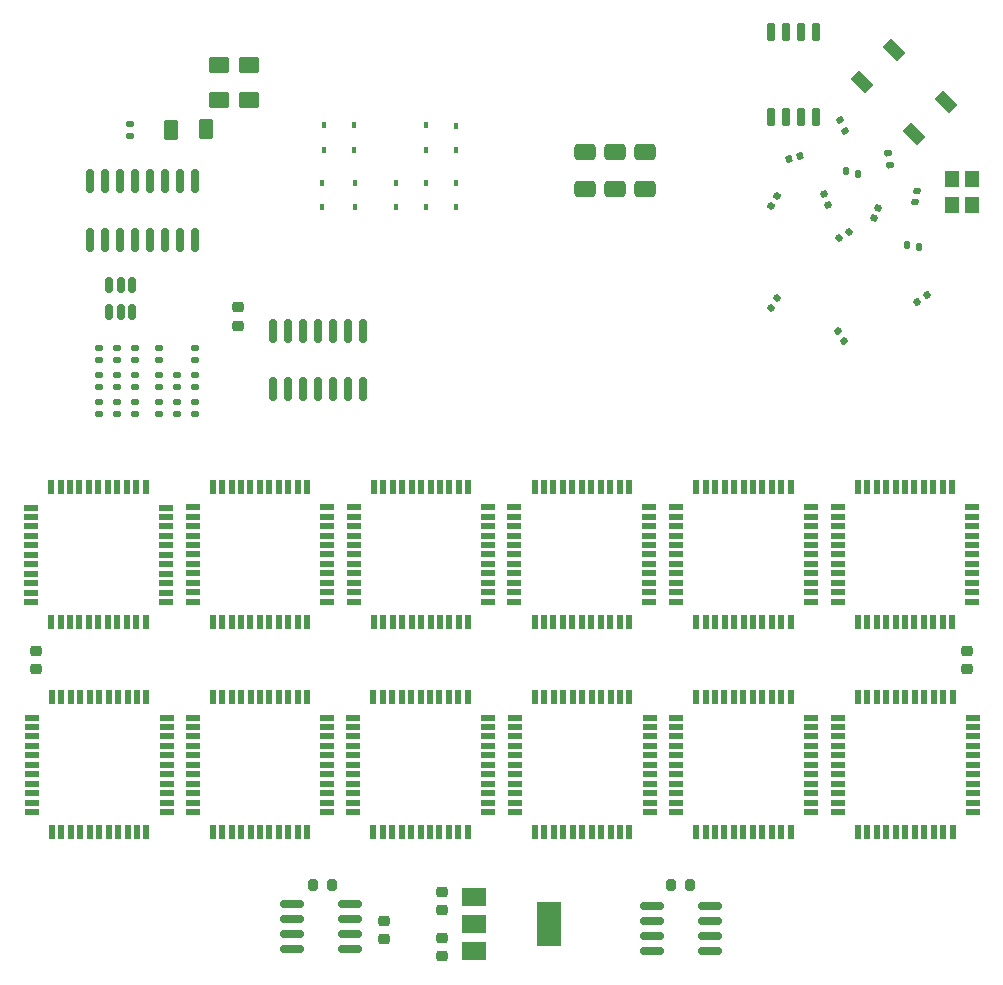
<source format=gbp>
G04 #@! TF.GenerationSoftware,KiCad,Pcbnew,(7.0.0-rc1-358-g86c12d35b4)*
G04 #@! TF.CreationDate,2023-05-17T11:55:42-07:00*
G04 #@! TF.ProjectId,Jumperless2,4a756d70-6572-46c6-9573-73322e6b6963,rev?*
G04 #@! TF.SameCoordinates,Original*
G04 #@! TF.FileFunction,Paste,Bot*
G04 #@! TF.FilePolarity,Positive*
%FSLAX46Y46*%
G04 Gerber Fmt 4.6, Leading zero omitted, Abs format (unit mm)*
G04 Created by KiCad (PCBNEW (7.0.0-rc1-358-g86c12d35b4)) date 2023-05-17 11:55:42*
%MOMM*%
%LPD*%
G01*
G04 APERTURE LIST*
G04 Aperture macros list*
%AMRoundRect*
0 Rectangle with rounded corners*
0 $1 Rounding radius*
0 $2 $3 $4 $5 $6 $7 $8 $9 X,Y pos of 4 corners*
0 Add a 4 corners polygon primitive as box body*
4,1,4,$2,$3,$4,$5,$6,$7,$8,$9,$2,$3,0*
0 Add four circle primitives for the rounded corners*
1,1,$1+$1,$2,$3*
1,1,$1+$1,$4,$5*
1,1,$1+$1,$6,$7*
1,1,$1+$1,$8,$9*
0 Add four rect primitives between the rounded corners*
20,1,$1+$1,$2,$3,$4,$5,0*
20,1,$1+$1,$4,$5,$6,$7,0*
20,1,$1+$1,$6,$7,$8,$9,0*
20,1,$1+$1,$8,$9,$2,$3,0*%
%AMRotRect*
0 Rectangle, with rotation*
0 The origin of the aperture is its center*
0 $1 length*
0 $2 width*
0 $3 Rotation angle, in degrees counterclockwise*
0 Add horizontal line*
21,1,$1,$2,0,0,$3*%
G04 Aperture macros list end*
%ADD10RoundRect,0.140000X0.058955X-0.212189X0.219557X0.017173X-0.058955X0.212189X-0.219557X-0.017173X0*%
%ADD11RoundRect,0.250001X0.624999X-0.462499X0.624999X0.462499X-0.624999X0.462499X-0.624999X-0.462499X0*%
%ADD12RoundRect,0.250000X0.650000X-0.412500X0.650000X0.412500X-0.650000X0.412500X-0.650000X-0.412500X0*%
%ADD13RoundRect,0.135000X0.185000X-0.135000X0.185000X0.135000X-0.185000X0.135000X-0.185000X-0.135000X0*%
%ADD14R,0.450000X0.600000*%
%ADD15RoundRect,0.135000X-0.185000X0.135000X-0.185000X-0.135000X0.185000X-0.135000X0.185000X0.135000X0*%
%ADD16R,1.200000X0.500000*%
%ADD17R,0.500000X1.200000*%
%ADD18RoundRect,0.200000X-0.200000X-0.275000X0.200000X-0.275000X0.200000X0.275000X-0.200000X0.275000X0*%
%ADD19RoundRect,0.233680X0.350520X0.652320X-0.350520X0.652320X-0.350520X-0.652320X0.350520X-0.652320X0*%
%ADD20RoundRect,0.140000X0.143107X-0.167393X0.191728X0.108353X-0.143107X0.167393X-0.191728X-0.108353X0*%
%ADD21RotRect,1.700000X1.000000X135.000000*%
%ADD22RoundRect,0.150000X0.150000X-0.512500X0.150000X0.512500X-0.150000X0.512500X-0.150000X-0.512500X0*%
%ADD23RoundRect,0.225000X-0.250000X0.225000X-0.250000X-0.225000X0.250000X-0.225000X0.250000X0.225000X0*%
%ADD24RoundRect,0.135000X-0.205632X0.100824X-0.158747X-0.165074X0.205632X-0.100824X0.158747X0.165074X0*%
%ADD25RoundRect,0.140000X-0.017173X-0.219557X0.212189X-0.058955X0.017173X0.219557X-0.212189X0.058955X0*%
%ADD26RoundRect,0.225000X0.250000X-0.225000X0.250000X0.225000X-0.250000X0.225000X-0.250000X-0.225000X0*%
%ADD27R,1.200000X1.400000*%
%ADD28RoundRect,0.150000X-0.150000X0.825000X-0.150000X-0.825000X0.150000X-0.825000X0.150000X0.825000X0*%
%ADD29RoundRect,0.140000X0.099887X0.196272X-0.173476X0.135669X-0.099887X-0.196272X0.173476X-0.135669X0*%
%ADD30RoundRect,0.150000X-0.150000X0.650000X-0.150000X-0.650000X0.150000X-0.650000X0.150000X0.650000X0*%
%ADD31RoundRect,0.140000X0.207631X-0.073414X0.111865X0.189700X-0.207631X0.073414X-0.111865X-0.189700X0*%
%ADD32RoundRect,0.135000X-0.157992X-0.165796X0.109698X-0.201038X0.157992X0.165796X-0.109698X0.201038X0*%
%ADD33RoundRect,0.150000X0.825000X0.150000X-0.825000X0.150000X-0.825000X-0.150000X0.825000X-0.150000X0*%
%ADD34RoundRect,0.140000X-0.068155X0.209416X-0.218598X-0.026734X0.068155X-0.209416X0.218598X0.026734X0*%
%ADD35RoundRect,0.135000X0.224720X-0.044167X0.110613X0.200536X-0.224720X0.044167X-0.110613X-0.200536X0*%
%ADD36RoundRect,0.140000X-0.217224X0.036244X-0.077224X-0.206244X0.217224X-0.036244X0.077224X0.206244X0*%
%ADD37R,2.000000X1.500000*%
%ADD38R,2.000000X3.800000*%
%ADD39RoundRect,0.135000X-0.171841X-0.151395X0.091759X-0.209834X0.171841X0.151395X-0.091759X0.209834X0*%
%ADD40RoundRect,0.140000X-0.111865X0.189700X-0.207631X-0.073414X0.111865X-0.189700X0.207631X0.073414X0*%
%ADD41RoundRect,0.250000X-0.650000X0.412500X-0.650000X-0.412500X0.650000X-0.412500X0.650000X0.412500X0*%
%ADD42RoundRect,0.140000X0.026734X0.218598X-0.209416X0.068155X-0.026734X-0.218598X0.209416X-0.068155X0*%
G04 APERTURE END LIST*
D10*
X98708683Y-121551193D03*
X99259317Y-120764807D03*
D11*
X51994000Y-112612500D03*
X51994000Y-109637500D03*
D12*
X82982000Y-120142000D03*
X82982000Y-117017000D03*
D13*
X48438000Y-136906000D03*
X48438000Y-135886000D03*
D14*
X69519999Y-116839999D03*
X69519999Y-114739999D03*
D15*
X43358000Y-138172000D03*
X43358000Y-139192000D03*
D14*
X63550999Y-121699999D03*
X63550999Y-119599999D03*
D16*
X61185999Y-164894999D03*
X61185999Y-165694999D03*
X61185999Y-166494999D03*
X61185999Y-167294999D03*
X61185999Y-168094999D03*
X61185999Y-168894999D03*
X61185999Y-169694999D03*
X61185999Y-170494999D03*
X61185999Y-171294999D03*
X61185999Y-172094999D03*
X61185999Y-172894999D03*
D17*
X59485999Y-174594999D03*
X58685999Y-174594999D03*
X57885999Y-174594999D03*
X57085999Y-174594999D03*
X56285999Y-174594999D03*
X55485999Y-174594999D03*
X54685999Y-174594999D03*
X53885999Y-174594999D03*
X53085999Y-174594999D03*
X52285999Y-174594999D03*
X51485999Y-174594999D03*
D16*
X49785999Y-172894999D03*
X49785999Y-172094999D03*
X49785999Y-171294999D03*
X49785999Y-170494999D03*
X49785999Y-169694999D03*
X49785999Y-168894999D03*
X49785999Y-168094999D03*
X49785999Y-167294999D03*
X49785999Y-166494999D03*
X49785999Y-165694999D03*
X49785999Y-164894999D03*
D17*
X51485999Y-163194999D03*
X52285999Y-163194999D03*
X53085999Y-163194999D03*
X53885999Y-163194999D03*
X54685999Y-163194999D03*
X55485999Y-163194999D03*
X56285999Y-163194999D03*
X57085999Y-163194999D03*
X57885999Y-163194999D03*
X58685999Y-163194999D03*
X59485999Y-163194999D03*
D18*
X90285000Y-179070000D03*
X91935000Y-179070000D03*
D13*
X49962000Y-134620000D03*
X49962000Y-133600000D03*
D15*
X44882000Y-135884000D03*
X44882000Y-136904000D03*
X44882000Y-138172000D03*
X44882000Y-139192000D03*
D19*
X50952600Y-115109800D03*
X47930000Y-115120800D03*
D20*
X110965649Y-121249708D03*
X111132351Y-120304292D03*
D15*
X41834000Y-138172000D03*
X41834000Y-139192000D03*
D16*
X74823999Y-147091599D03*
X74823999Y-147891599D03*
X74823999Y-148691599D03*
X74823999Y-149491599D03*
X74823999Y-150291599D03*
X74823999Y-151091599D03*
X74823999Y-151891599D03*
X74823999Y-152691599D03*
X74823999Y-153491599D03*
X74823999Y-154291599D03*
X74823999Y-155091599D03*
D17*
X73123999Y-156791599D03*
X72323999Y-156791599D03*
X71523999Y-156791599D03*
X70723999Y-156791599D03*
X69923999Y-156791599D03*
X69123999Y-156791599D03*
X68323999Y-156791599D03*
X67523999Y-156791599D03*
X66723999Y-156791599D03*
X65923999Y-156791599D03*
X65123999Y-156791599D03*
D16*
X63423999Y-155091599D03*
X63423999Y-154291599D03*
X63423999Y-153491599D03*
X63423999Y-152691599D03*
X63423999Y-151891599D03*
X63423999Y-151091599D03*
X63423999Y-150291599D03*
X63423999Y-149491599D03*
X63423999Y-148691599D03*
X63423999Y-147891599D03*
X63423999Y-147091599D03*
D17*
X65123999Y-145391599D03*
X65923999Y-145391599D03*
X66723999Y-145391599D03*
X67523999Y-145391599D03*
X68323999Y-145391599D03*
X69123999Y-145391599D03*
X69923999Y-145391599D03*
X70723999Y-145391599D03*
X71523999Y-145391599D03*
X72323999Y-145391599D03*
X73123999Y-145391599D03*
D18*
X59932000Y-179070000D03*
X61582000Y-179070000D03*
D13*
X46914000Y-139192000D03*
X46914000Y-138172000D03*
D21*
X113578488Y-112821682D03*
X109123716Y-108366910D03*
X110891482Y-115508688D03*
X106436710Y-111053916D03*
D15*
X41834000Y-135886000D03*
X41834000Y-136906000D03*
D16*
X115795999Y-147089599D03*
X115795999Y-147889599D03*
X115795999Y-148689599D03*
X115795999Y-149489599D03*
X115795999Y-150289599D03*
X115795999Y-151089599D03*
X115795999Y-151889599D03*
X115795999Y-152689599D03*
X115795999Y-153489599D03*
X115795999Y-154289599D03*
X115795999Y-155089599D03*
D17*
X114095999Y-156789599D03*
X113295999Y-156789599D03*
X112495999Y-156789599D03*
X111695999Y-156789599D03*
X110895999Y-156789599D03*
X110095999Y-156789599D03*
X109295999Y-156789599D03*
X108495999Y-156789599D03*
X107695999Y-156789599D03*
X106895999Y-156789599D03*
X106095999Y-156789599D03*
D16*
X104395999Y-155089599D03*
X104395999Y-154289599D03*
X104395999Y-153489599D03*
X104395999Y-152689599D03*
X104395999Y-151889599D03*
X104395999Y-151089599D03*
X104395999Y-150289599D03*
X104395999Y-149489599D03*
X104395999Y-148689599D03*
X104395999Y-147889599D03*
X104395999Y-147089599D03*
D17*
X106095999Y-145389599D03*
X106895999Y-145389599D03*
X107695999Y-145389599D03*
X108495999Y-145389599D03*
X109295999Y-145389599D03*
X110095999Y-145389599D03*
X110895999Y-145389599D03*
X111695999Y-145389599D03*
X112495999Y-145389599D03*
X113295999Y-145389599D03*
X114095999Y-145389599D03*
D22*
X44628000Y-130556000D03*
X43678000Y-130556000D03*
X42728000Y-130556000D03*
X42728000Y-128281000D03*
X43678000Y-128281000D03*
X44628000Y-128281000D03*
D23*
X70917000Y-183555000D03*
X70917000Y-185105000D03*
D16*
X88427999Y-147091599D03*
X88427999Y-147891599D03*
X88427999Y-148691599D03*
X88427999Y-149491599D03*
X88427999Y-150291599D03*
X88427999Y-151091599D03*
X88427999Y-151891599D03*
X88427999Y-152691599D03*
X88427999Y-153491599D03*
X88427999Y-154291599D03*
X88427999Y-155091599D03*
D17*
X86727999Y-156791599D03*
X85927999Y-156791599D03*
X85127999Y-156791599D03*
X84327999Y-156791599D03*
X83527999Y-156791599D03*
X82727999Y-156791599D03*
X81927999Y-156791599D03*
X81127999Y-156791599D03*
X80327999Y-156791599D03*
X79527999Y-156791599D03*
X78727999Y-156791599D03*
D16*
X77027999Y-155091599D03*
X77027999Y-154291599D03*
X77027999Y-153491599D03*
X77027999Y-152691599D03*
X77027999Y-151891599D03*
X77027999Y-151091599D03*
X77027999Y-150291599D03*
X77027999Y-149491599D03*
X77027999Y-148691599D03*
X77027999Y-147891599D03*
X77027999Y-147091599D03*
D17*
X78727999Y-145391599D03*
X79527999Y-145391599D03*
X80327999Y-145391599D03*
X81127999Y-145391599D03*
X81927999Y-145391599D03*
X82727999Y-145391599D03*
X83527999Y-145391599D03*
X84327999Y-145391599D03*
X85127999Y-145391599D03*
X85927999Y-145391599D03*
X86727999Y-145391599D03*
D24*
X108674439Y-117099748D03*
X108851561Y-118104252D03*
D13*
X44501000Y-115622800D03*
X44501000Y-114602800D03*
D25*
X111151614Y-129709634D03*
X111938000Y-129159000D03*
D14*
X72059999Y-119599999D03*
X72059999Y-121699999D03*
D26*
X53645000Y-131712000D03*
X53645000Y-130162000D03*
D27*
X114096999Y-121538999D03*
X114096999Y-119338999D03*
X115796999Y-119338999D03*
X115796999Y-121538999D03*
D28*
X56566000Y-132145000D03*
X57836000Y-132145000D03*
X59106000Y-132145000D03*
X60376000Y-132145000D03*
X61646000Y-132145000D03*
X62916000Y-132145000D03*
X64186000Y-132145000D03*
X64186000Y-137095000D03*
X62916000Y-137095000D03*
X61646000Y-137095000D03*
X60376000Y-137095000D03*
X59106000Y-137095000D03*
X57836000Y-137095000D03*
X56566000Y-137095000D03*
D14*
X72059999Y-114773999D03*
X72059999Y-116873999D03*
D28*
X41072000Y-119510000D03*
X42342000Y-119510000D03*
X43612000Y-119510000D03*
X44882000Y-119510000D03*
X46152000Y-119510000D03*
X47422000Y-119510000D03*
X48692000Y-119510000D03*
X49962000Y-119510000D03*
X49962000Y-124460000D03*
X48692000Y-124460000D03*
X47422000Y-124460000D03*
X46152000Y-124460000D03*
X44882000Y-124460000D03*
X43612000Y-124460000D03*
X42342000Y-124460000D03*
X41072000Y-124460000D03*
D29*
X101230622Y-117371109D03*
X100293378Y-117578891D03*
D16*
X74775999Y-164894999D03*
X74775999Y-165694999D03*
X74775999Y-166494999D03*
X74775999Y-167294999D03*
X74775999Y-168094999D03*
X74775999Y-168894999D03*
X74775999Y-169694999D03*
X74775999Y-170494999D03*
X74775999Y-171294999D03*
X74775999Y-172094999D03*
X74775999Y-172894999D03*
D17*
X73075999Y-174594999D03*
X72275999Y-174594999D03*
X71475999Y-174594999D03*
X70675999Y-174594999D03*
X69875999Y-174594999D03*
X69075999Y-174594999D03*
X68275999Y-174594999D03*
X67475999Y-174594999D03*
X66675999Y-174594999D03*
X65875999Y-174594999D03*
X65075999Y-174594999D03*
D16*
X63375999Y-172894999D03*
X63375999Y-172094999D03*
X63375999Y-171294999D03*
X63375999Y-170494999D03*
X63375999Y-169694999D03*
X63375999Y-168894999D03*
X63375999Y-168094999D03*
X63375999Y-167294999D03*
X63375999Y-166494999D03*
X63375999Y-165694999D03*
X63375999Y-164894999D03*
D17*
X65075999Y-163194999D03*
X65875999Y-163194999D03*
X66675999Y-163194999D03*
X67475999Y-163194999D03*
X68275999Y-163194999D03*
X69075999Y-163194999D03*
X69875999Y-163194999D03*
X70675999Y-163194999D03*
X71475999Y-163194999D03*
X72275999Y-163194999D03*
X73075999Y-163194999D03*
D13*
X48438000Y-139192000D03*
X48438000Y-138172000D03*
D15*
X43358000Y-133600000D03*
X43358000Y-134620000D03*
D13*
X49962000Y-136906000D03*
X49962000Y-135886000D03*
D16*
X47496399Y-147119599D03*
X47496399Y-147919599D03*
X47496399Y-148719599D03*
X47496399Y-149519599D03*
X47496399Y-150319599D03*
X47496399Y-151119599D03*
X47496399Y-151919599D03*
X47496399Y-152719599D03*
X47496399Y-153519599D03*
X47496399Y-154319599D03*
X47496399Y-155119599D03*
D17*
X45796399Y-156819599D03*
X44996399Y-156819599D03*
X44196399Y-156819599D03*
X43396399Y-156819599D03*
X42596399Y-156819599D03*
X41796399Y-156819599D03*
X40996399Y-156819599D03*
X40196399Y-156819599D03*
X39396399Y-156819599D03*
X38596399Y-156819599D03*
X37796399Y-156819599D03*
D16*
X36096399Y-155119599D03*
X36096399Y-154319599D03*
X36096399Y-153519599D03*
X36096399Y-152719599D03*
X36096399Y-151919599D03*
X36096399Y-151119599D03*
X36096399Y-150319599D03*
X36096399Y-149519599D03*
X36096399Y-148719599D03*
X36096399Y-147919599D03*
X36096399Y-147119599D03*
D17*
X37796399Y-145419599D03*
X38596399Y-145419599D03*
X39396399Y-145419599D03*
X40196399Y-145419599D03*
X40996399Y-145419599D03*
X41796399Y-145419599D03*
X42596399Y-145419599D03*
X43396399Y-145419599D03*
X44196399Y-145419599D03*
X44996399Y-145419599D03*
X45796399Y-145419599D03*
D12*
X85522000Y-120142000D03*
X85522000Y-117017000D03*
D30*
X98730000Y-106890000D03*
X100000000Y-106890000D03*
X101270000Y-106890000D03*
X102540000Y-106890000D03*
X102540000Y-114090000D03*
X101270000Y-114090000D03*
X100000000Y-114090000D03*
X98730000Y-114090000D03*
D31*
X103593170Y-121482052D03*
X103264830Y-120579948D03*
D16*
X102105999Y-164894999D03*
X102105999Y-165694999D03*
X102105999Y-166494999D03*
X102105999Y-167294999D03*
X102105999Y-168094999D03*
X102105999Y-168894999D03*
X102105999Y-169694999D03*
X102105999Y-170494999D03*
X102105999Y-171294999D03*
X102105999Y-172094999D03*
X102105999Y-172894999D03*
D17*
X100405999Y-174594999D03*
X99605999Y-174594999D03*
X98805999Y-174594999D03*
X98005999Y-174594999D03*
X97205999Y-174594999D03*
X96405999Y-174594999D03*
X95605999Y-174594999D03*
X94805999Y-174594999D03*
X94005999Y-174594999D03*
X93205999Y-174594999D03*
X92405999Y-174594999D03*
D16*
X90705999Y-172894999D03*
X90705999Y-172094999D03*
X90705999Y-171294999D03*
X90705999Y-170494999D03*
X90705999Y-169694999D03*
X90705999Y-168894999D03*
X90705999Y-168094999D03*
X90705999Y-167294999D03*
X90705999Y-166494999D03*
X90705999Y-165694999D03*
X90705999Y-164894999D03*
D17*
X92405999Y-163194999D03*
X93205999Y-163194999D03*
X94005999Y-163194999D03*
X94805999Y-163194999D03*
X95605999Y-163194999D03*
X96405999Y-163194999D03*
X97205999Y-163194999D03*
X98005999Y-163194999D03*
X98805999Y-163194999D03*
X99605999Y-163194999D03*
X100405999Y-163194999D03*
D32*
X110289363Y-124901432D03*
X111300637Y-125034568D03*
D15*
X43358000Y-135886000D03*
X43358000Y-136906000D03*
D23*
X115367000Y-159258000D03*
X115367000Y-160808000D03*
D16*
X61173599Y-147091599D03*
X61173599Y-147891599D03*
X61173599Y-148691599D03*
X61173599Y-149491599D03*
X61173599Y-150291599D03*
X61173599Y-151091599D03*
X61173599Y-151891599D03*
X61173599Y-152691599D03*
X61173599Y-153491599D03*
X61173599Y-154291599D03*
X61173599Y-155091599D03*
D17*
X59473599Y-156791599D03*
X58673599Y-156791599D03*
X57873599Y-156791599D03*
X57073599Y-156791599D03*
X56273599Y-156791599D03*
X55473599Y-156791599D03*
X54673599Y-156791599D03*
X53873599Y-156791599D03*
X53073599Y-156791599D03*
X52273599Y-156791599D03*
X51473599Y-156791599D03*
D16*
X49773599Y-155091599D03*
X49773599Y-154291599D03*
X49773599Y-153491599D03*
X49773599Y-152691599D03*
X49773599Y-151891599D03*
X49773599Y-151091599D03*
X49773599Y-150291599D03*
X49773599Y-149491599D03*
X49773599Y-148691599D03*
X49773599Y-147891599D03*
X49773599Y-147091599D03*
D17*
X51473599Y-145391599D03*
X52273599Y-145391599D03*
X53073599Y-145391599D03*
X53873599Y-145391599D03*
X54673599Y-145391599D03*
X55473599Y-145391599D03*
X56273599Y-145391599D03*
X57073599Y-145391599D03*
X57873599Y-145391599D03*
X58673599Y-145391599D03*
X59473599Y-145391599D03*
D16*
X47571999Y-164894999D03*
X47571999Y-165694999D03*
X47571999Y-166494999D03*
X47571999Y-167294999D03*
X47571999Y-168094999D03*
X47571999Y-168894999D03*
X47571999Y-169694999D03*
X47571999Y-170494999D03*
X47571999Y-171294999D03*
X47571999Y-172094999D03*
X47571999Y-172894999D03*
D17*
X45871999Y-174594999D03*
X45071999Y-174594999D03*
X44271999Y-174594999D03*
X43471999Y-174594999D03*
X42671999Y-174594999D03*
X41871999Y-174594999D03*
X41071999Y-174594999D03*
X40271999Y-174594999D03*
X39471999Y-174594999D03*
X38671999Y-174594999D03*
X37871999Y-174594999D03*
D16*
X36171999Y-172894999D03*
X36171999Y-172094999D03*
X36171999Y-171294999D03*
X36171999Y-170494999D03*
X36171999Y-169694999D03*
X36171999Y-168894999D03*
X36171999Y-168094999D03*
X36171999Y-167294999D03*
X36171999Y-166494999D03*
X36171999Y-165694999D03*
X36171999Y-164894999D03*
D17*
X37871999Y-163194999D03*
X38671999Y-163194999D03*
X39471999Y-163194999D03*
X40271999Y-163194999D03*
X41071999Y-163194999D03*
X41871999Y-163194999D03*
X42671999Y-163194999D03*
X43471999Y-163194999D03*
X44271999Y-163194999D03*
X45071999Y-163194999D03*
X45871999Y-163194999D03*
D14*
X66979999Y-119599999D03*
X66979999Y-121699999D03*
D33*
X93585000Y-180848000D03*
X93585000Y-182118000D03*
X93585000Y-183388000D03*
X93585000Y-184658000D03*
X88635000Y-184658000D03*
X88635000Y-183388000D03*
X88635000Y-182118000D03*
X88635000Y-180848000D03*
D16*
X115819599Y-164894999D03*
X115819599Y-165694999D03*
X115819599Y-166494999D03*
X115819599Y-167294999D03*
X115819599Y-168094999D03*
X115819599Y-168894999D03*
X115819599Y-169694999D03*
X115819599Y-170494999D03*
X115819599Y-171294999D03*
X115819599Y-172094999D03*
X115819599Y-172894999D03*
D17*
X114119599Y-174594999D03*
X113319599Y-174594999D03*
X112519599Y-174594999D03*
X111719599Y-174594999D03*
X110919599Y-174594999D03*
X110119599Y-174594999D03*
X109319599Y-174594999D03*
X108519599Y-174594999D03*
X107719599Y-174594999D03*
X106919599Y-174594999D03*
X106119599Y-174594999D03*
D16*
X104419599Y-172894999D03*
X104419599Y-172094999D03*
X104419599Y-171294999D03*
X104419599Y-170494999D03*
X104419599Y-169694999D03*
X104419599Y-168894999D03*
X104419599Y-168094999D03*
X104419599Y-167294999D03*
X104419599Y-166494999D03*
X104419599Y-165694999D03*
X104419599Y-164894999D03*
D17*
X106119599Y-163194999D03*
X106919599Y-163194999D03*
X107719599Y-163194999D03*
X108519599Y-163194999D03*
X109319599Y-163194999D03*
X110119599Y-163194999D03*
X110919599Y-163194999D03*
X111719599Y-163194999D03*
X112519599Y-163194999D03*
X113319599Y-163194999D03*
X114119599Y-163194999D03*
D15*
X46914000Y-133600000D03*
X46914000Y-134620000D03*
D34*
X99241904Y-129389172D03*
X98726096Y-130198828D03*
D35*
X105041535Y-115270217D03*
X104610465Y-114345783D03*
D36*
X104459000Y-132172308D03*
X104939000Y-133003692D03*
D23*
X70917000Y-179679000D03*
X70917000Y-181229000D03*
D13*
X46914000Y-136906000D03*
X46914000Y-135886000D03*
D37*
X73633999Y-184671999D03*
X73633999Y-182371999D03*
D38*
X79933999Y-182371999D03*
D37*
X73633999Y-180071999D03*
D14*
X69519999Y-121699999D03*
X69519999Y-119599999D03*
D26*
X65964000Y-183655000D03*
X65964000Y-182105000D03*
D39*
X105090089Y-118634616D03*
X106085911Y-118855384D03*
D14*
X63423999Y-114739999D03*
X63423999Y-116839999D03*
D15*
X44882000Y-133598000D03*
X44882000Y-134618000D03*
D14*
X60756999Y-119599999D03*
X60756999Y-121699999D03*
D15*
X41834000Y-133600000D03*
X41834000Y-134620000D03*
D11*
X54534000Y-112612500D03*
X54534000Y-109637500D03*
D16*
X102128999Y-147089599D03*
X102128999Y-147889599D03*
X102128999Y-148689599D03*
X102128999Y-149489599D03*
X102128999Y-150289599D03*
X102128999Y-151089599D03*
X102128999Y-151889599D03*
X102128999Y-152689599D03*
X102128999Y-153489599D03*
X102128999Y-154289599D03*
X102128999Y-155089599D03*
D17*
X100428999Y-156789599D03*
X99628999Y-156789599D03*
X98828999Y-156789599D03*
X98028999Y-156789599D03*
X97228999Y-156789599D03*
X96428999Y-156789599D03*
X95628999Y-156789599D03*
X94828999Y-156789599D03*
X94028999Y-156789599D03*
X93228999Y-156789599D03*
X92428999Y-156789599D03*
D16*
X90728999Y-155089599D03*
X90728999Y-154289599D03*
X90728999Y-153489599D03*
X90728999Y-152689599D03*
X90728999Y-151889599D03*
X90728999Y-151089599D03*
X90728999Y-150289599D03*
X90728999Y-149489599D03*
X90728999Y-148689599D03*
X90728999Y-147889599D03*
X90728999Y-147089599D03*
D17*
X92428999Y-145389599D03*
X93228999Y-145389599D03*
X94028999Y-145389599D03*
X94828999Y-145389599D03*
X95628999Y-145389599D03*
X96428999Y-145389599D03*
X97228999Y-145389599D03*
X98028999Y-145389599D03*
X98828999Y-145389599D03*
X99628999Y-145389599D03*
X100428999Y-145389599D03*
D40*
X107784170Y-121722948D03*
X107455830Y-122625052D03*
D41*
X88062000Y-117017000D03*
X88062000Y-120142000D03*
D14*
X60883999Y-116839999D03*
X60883999Y-114739999D03*
D16*
X88465999Y-164894999D03*
X88465999Y-165694999D03*
X88465999Y-166494999D03*
X88465999Y-167294999D03*
X88465999Y-168094999D03*
X88465999Y-168894999D03*
X88465999Y-169694999D03*
X88465999Y-170494999D03*
X88465999Y-171294999D03*
X88465999Y-172094999D03*
X88465999Y-172894999D03*
D17*
X86765999Y-174594999D03*
X85965999Y-174594999D03*
X85165999Y-174594999D03*
X84365999Y-174594999D03*
X83565999Y-174594999D03*
X82765999Y-174594999D03*
X81965999Y-174594999D03*
X81165999Y-174594999D03*
X80365999Y-174594999D03*
X79565999Y-174594999D03*
X78765999Y-174594999D03*
D16*
X77065999Y-172894999D03*
X77065999Y-172094999D03*
X77065999Y-171294999D03*
X77065999Y-170494999D03*
X77065999Y-169694999D03*
X77065999Y-168894999D03*
X77065999Y-168094999D03*
X77065999Y-167294999D03*
X77065999Y-166494999D03*
X77065999Y-165694999D03*
X77065999Y-164894999D03*
D17*
X78765999Y-163194999D03*
X79565999Y-163194999D03*
X80365999Y-163194999D03*
X81165999Y-163194999D03*
X81965999Y-163194999D03*
X82765999Y-163194999D03*
X83565999Y-163194999D03*
X84365999Y-163194999D03*
X85165999Y-163194999D03*
X85965999Y-163194999D03*
X86765999Y-163194999D03*
D42*
X105357828Y-123821096D03*
X104548172Y-124336904D03*
D13*
X49962000Y-139192000D03*
X49962000Y-138172000D03*
D26*
X36500000Y-160795000D03*
X36500000Y-159245000D03*
D33*
X63105000Y-180721000D03*
X63105000Y-181991000D03*
X63105000Y-183261000D03*
X63105000Y-184531000D03*
X58155000Y-184531000D03*
X58155000Y-183261000D03*
X58155000Y-181991000D03*
X58155000Y-180721000D03*
M02*

</source>
